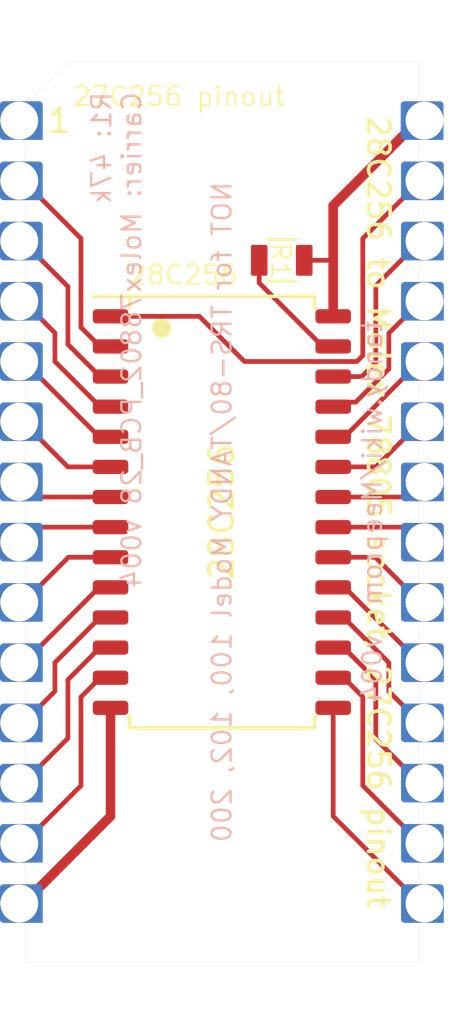
<source format=kicad_pcb>
(kicad_pcb (version 20171130) (host pcbnew 5.1.10-88a1d61d58~88~ubuntu20.10.1)

  (general
    (thickness 1.6)
    (drawings 13)
    (tracks 116)
    (zones 0)
    (modules 3)
    (nets 28)
  )

  (page A4)
  (title_block
    (title "28C256 to Molex 78805 socket with 27C256 pinout")
    (date 2021-05-25)
    (rev 004)
    (company b.kenyon.w@gmail.com)
  )

  (layers
    (0 Top signal)
    (31 Bottom signal)
    (32 B.Adhes user hide)
    (33 F.Adhes user hide)
    (34 B.Paste user hide)
    (35 F.Paste user hide)
    (36 B.SilkS user)
    (37 F.SilkS user)
    (38 B.Mask user)
    (39 F.Mask user hide)
    (40 Dwgs.User user hide)
    (41 Cmts.User user hide)
    (42 Eco1.User user hide)
    (43 Eco2.User user hide)
    (44 Edge.Cuts user)
    (45 Margin user hide)
    (46 B.CrtYd user hide)
    (47 F.CrtYd user hide)
    (48 B.Fab user hide)
    (49 F.Fab user hide)
  )

  (setup
    (last_trace_width 0.2)
    (user_trace_width 0.4)
    (trace_clearance 0.2)
    (zone_clearance 0.1524)
    (zone_45_only no)
    (trace_min 0.2)
    (via_size 0.5)
    (via_drill 0.3)
    (via_min_size 0.5)
    (via_min_drill 0.3)
    (uvia_size 0.5)
    (uvia_drill 0.3)
    (uvias_allowed no)
    (uvia_min_size 0.5)
    (uvia_min_drill 0.3)
    (edge_width 0.01)
    (segment_width 0.2032)
    (pcb_text_width 0.254)
    (pcb_text_size 1.2192 1.2192)
    (mod_edge_width 0.0254)
    (mod_text_size 0.4572 0.4572)
    (mod_text_width 0.0254)
    (pad_size 1.905 2.032)
    (pad_drill 1.524)
    (pad_to_mask_clearance 0)
    (solder_mask_min_width 0.22)
    (aux_axis_origin 0 0)
    (grid_origin 147.2184 99.187)
    (visible_elements FFFFFF7F)
    (pcbplotparams
      (layerselection 0x010f0_ffffffff)
      (usegerberextensions true)
      (usegerberattributes false)
      (usegerberadvancedattributes false)
      (creategerberjobfile false)
      (excludeedgelayer true)
      (linewidth 0.100000)
      (plotframeref false)
      (viasonmask false)
      (mode 1)
      (useauxorigin false)
      (hpglpennumber 1)
      (hpglpenspeed 20)
      (hpglpendiameter 15.000000)
      (psnegative false)
      (psa4output false)
      (plotreference true)
      (plotvalue true)
      (plotinvisibletext false)
      (padsonsilk false)
      (subtractmaskfromsilk false)
      (outputformat 1)
      (mirror false)
      (drillshape 0)
      (scaleselection 1)
      (outputdirectory "GERBER_Meeprom_004"))
  )

  (net 0 "")
  (net 1 /D3)
  (net 2 /A10)
  (net 3 /D4)
  (net 4 /A7)
  (net 5 /D5)
  (net 6 /A6)
  (net 7 /D6)
  (net 8 /A5)
  (net 9 /D7)
  (net 10 /A4)
  (net 11 /A11)
  (net 12 /A3)
  (net 13 /~OE)
  (net 14 /A2)
  (net 15 /A13)
  (net 16 /A1)
  (net 17 /A0)
  (net 18 /A12)
  (net 19 /D0)
  (net 20 /A9)
  (net 21 /D1)
  (net 22 /A8)
  (net 23 /D2)
  (net 24 /~CE)
  (net 25 /A14)
  (net 26 /~WE)
  (net 27 VCC)

  (net_class Default "This is the default net class."
    (clearance 0.2)
    (trace_width 0.2)
    (via_dia 0.5)
    (via_drill 0.3)
    (uvia_dia 0.5)
    (uvia_drill 0.3)
    (diff_pair_width 0.2)
    (diff_pair_gap 0.3)
    (add_net /A0)
    (add_net /A1)
    (add_net /A10)
    (add_net /A11)
    (add_net /A12)
    (add_net /A13)
    (add_net /A14)
    (add_net /A2)
    (add_net /A3)
    (add_net /A4)
    (add_net /A5)
    (add_net /A6)
    (add_net /A7)
    (add_net /A8)
    (add_net /A9)
    (add_net /D0)
    (add_net /D1)
    (add_net /D2)
    (add_net /D3)
    (add_net /D4)
    (add_net /D5)
    (add_net /D6)
    (add_net /D7)
    (add_net /~CE)
    (add_net /~OE)
    (add_net /~WE)
    (add_net VCC)
  )

  (module 000_LOCAL:SOIC-28W (layer Top) (tedit 60AC7F09) (tstamp 5D21E664)
    (at 147.2184 99.187)
    (descr "28-Lead Plastic Small Outline (SO) - Wide, 7.50 mm Body [SOIC] (see Microchip Packaging Specification 00000049BS.pdf)")
    (tags "SOIC 1.27")
    (path /5D231C6F)
    (attr smd)
    (fp_text reference U1 (at 0 0 -90) (layer F.SilkS) hide
      (effects (font (size 1 1) (thickness 0.15)))
    )
    (fp_text value 28C256 (at 0 0 -90) (layer F.SilkS)
      (effects (font (size 1 1) (thickness 0.15)))
    )
    (fp_text user %R (at 0 0 -90) (layer F.Fab)
      (effects (font (size 1 1) (thickness 0.15)))
    )
    (fp_circle (center -2.54 -7.747) (end -2.3368 -7.747) (layer F.SilkS) (width 0.4064))
    (fp_line (start -2.75 -8.95) (end 3.75 -8.95) (layer F.Fab) (width 0.15))
    (fp_line (start 3.75 -8.95) (end 3.75 8.95) (layer F.Fab) (width 0.15))
    (fp_line (start 3.75 8.95) (end -3.75 8.95) (layer F.Fab) (width 0.15))
    (fp_line (start -3.75 8.95) (end -3.75 -7.95) (layer F.Fab) (width 0.15))
    (fp_line (start -3.75 -7.95) (end -2.75 -8.95) (layer F.Fab) (width 0.15))
    (fp_line (start -5.95 -9.3) (end -5.95 9.3) (layer F.CrtYd) (width 0.05))
    (fp_line (start 5.95 -9.3) (end 5.95 9.3) (layer F.CrtYd) (width 0.05))
    (fp_line (start -5.95 -9.3) (end 5.95 -9.3) (layer F.CrtYd) (width 0.05))
    (fp_line (start -5.95 9.3) (end 5.95 9.3) (layer F.CrtYd) (width 0.05))
    (fp_line (start -3.9 -9.1) (end -3.9 -8.6) (layer F.SilkS) (width 0.15))
    (fp_line (start 3.9 -9.1) (end 3.9 -8.6) (layer F.SilkS) (width 0.15))
    (fp_line (start 3.9 9.1) (end 3.9 8.6) (layer F.SilkS) (width 0.15))
    (fp_line (start -3.9 9.1) (end -3.9 8.6) (layer F.SilkS) (width 0.15))
    (fp_line (start -5.4 -9.1) (end 3.9 -9.1) (layer F.SilkS) (width 0.15))
    (fp_line (start -3.9 9.1) (end 3.9 9.1) (layer F.SilkS) (width 0.15))
    (pad 1 smd roundrect (at -4.7 -8.255) (size 1.5 0.6) (layers Top F.Paste F.Mask) (roundrect_rratio 0.25)
      (net 25 /A14))
    (pad 2 smd roundrect (at -4.7 -6.985) (size 1.5 0.6) (layers Top F.Paste F.Mask) (roundrect_rratio 0.25)
      (net 18 /A12))
    (pad 3 smd roundrect (at -4.7 -5.715) (size 1.5 0.6) (layers Top F.Paste F.Mask) (roundrect_rratio 0.25)
      (net 4 /A7))
    (pad 4 smd roundrect (at -4.7 -4.445) (size 1.5 0.6) (layers Top F.Paste F.Mask) (roundrect_rratio 0.25)
      (net 6 /A6))
    (pad 5 smd roundrect (at -4.7 -3.175) (size 1.5 0.6) (layers Top F.Paste F.Mask) (roundrect_rratio 0.25)
      (net 8 /A5))
    (pad 6 smd roundrect (at -4.7 -1.905) (size 1.5 0.6) (layers Top F.Paste F.Mask) (roundrect_rratio 0.25)
      (net 10 /A4))
    (pad 7 smd roundrect (at -4.7 -0.635) (size 1.5 0.6) (layers Top F.Paste F.Mask) (roundrect_rratio 0.25)
      (net 12 /A3))
    (pad 8 smd roundrect (at -4.7 0.635) (size 1.5 0.6) (layers Top F.Paste F.Mask) (roundrect_rratio 0.25)
      (net 14 /A2))
    (pad 9 smd roundrect (at -4.7 1.905) (size 1.5 0.6) (layers Top F.Paste F.Mask) (roundrect_rratio 0.25)
      (net 16 /A1))
    (pad 10 smd roundrect (at -4.7 3.175) (size 1.5 0.6) (layers Top F.Paste F.Mask) (roundrect_rratio 0.25)
      (net 17 /A0))
    (pad 11 smd roundrect (at -4.7 4.445) (size 1.5 0.6) (layers Top F.Paste F.Mask) (roundrect_rratio 0.25)
      (net 19 /D0))
    (pad 12 smd roundrect (at -4.7 5.715) (size 1.5 0.6) (layers Top F.Paste F.Mask) (roundrect_rratio 0.25)
      (net 21 /D1))
    (pad 13 smd roundrect (at -4.7 6.985) (size 1.5 0.6) (layers Top F.Paste F.Mask) (roundrect_rratio 0.25)
      (net 23 /D2))
    (pad 14 smd roundrect (at -4.7 8.255) (size 1.5 0.6) (layers Top F.Paste F.Mask) (roundrect_rratio 0.25))
    (pad 15 smd roundrect (at 4.7 8.255) (size 1.5 0.6) (layers Top F.Paste F.Mask) (roundrect_rratio 0.25)
      (net 1 /D3))
    (pad 16 smd roundrect (at 4.7 6.985) (size 1.5 0.6) (layers Top F.Paste F.Mask) (roundrect_rratio 0.25)
      (net 3 /D4))
    (pad 17 smd roundrect (at 4.7 5.715) (size 1.5 0.6) (layers Top F.Paste F.Mask) (roundrect_rratio 0.25)
      (net 5 /D5))
    (pad 18 smd roundrect (at 4.7 4.445) (size 1.5 0.6) (layers Top F.Paste F.Mask) (roundrect_rratio 0.25)
      (net 7 /D6))
    (pad 19 smd roundrect (at 4.7 3.175) (size 1.5 0.6) (layers Top F.Paste F.Mask) (roundrect_rratio 0.25)
      (net 9 /D7))
    (pad 20 smd roundrect (at 4.7 1.905) (size 1.5 0.6) (layers Top F.Paste F.Mask) (roundrect_rratio 0.25)
      (net 24 /~CE))
    (pad 21 smd roundrect (at 4.7 0.635) (size 1.5 0.6) (layers Top F.Paste F.Mask) (roundrect_rratio 0.25)
      (net 2 /A10))
    (pad 22 smd roundrect (at 4.7 -0.635) (size 1.5 0.6) (layers Top F.Paste F.Mask) (roundrect_rratio 0.25)
      (net 13 /~OE))
    (pad 23 smd roundrect (at 4.7 -1.905) (size 1.5 0.6) (layers Top F.Paste F.Mask) (roundrect_rratio 0.25)
      (net 11 /A11))
    (pad 24 smd roundrect (at 4.7 -3.175) (size 1.5 0.6) (layers Top F.Paste F.Mask) (roundrect_rratio 0.25)
      (net 20 /A9))
    (pad 25 smd roundrect (at 4.7 -4.445) (size 1.5 0.6) (layers Top F.Paste F.Mask) (roundrect_rratio 0.25)
      (net 22 /A8))
    (pad 26 smd roundrect (at 4.7 -5.715) (size 1.5 0.6) (layers Top F.Paste F.Mask) (roundrect_rratio 0.25)
      (net 15 /A13))
    (pad 27 smd roundrect (at 4.7 -6.985) (size 1.5 0.6) (layers Top F.Paste F.Mask) (roundrect_rratio 0.25)
      (net 26 /~WE))
    (pad 28 smd roundrect (at 4.7 -8.255) (size 1.5 0.6) (layers Top F.Paste F.Mask) (roundrect_rratio 0.25)
      (net 27 VCC))
    (model ${KIPRJMOD}/000_LOCAL.pretty/3d/SW3dPS-SOIC28-300.STEP
      (at (xyz 0 0 0))
      (scale (xyz 1 1 1))
      (rotate (xyz 0 0 90))
    )
  )

  (module 000_LOCAL:Molex78802_PCB_28 (layer Top) (tedit 60A90215) (tstamp 60AC7828)
    (at 147.2184 99.187)
    (descr "Castellated edge contacts to fit Molex 78805 Socket")
    (path /5E6792DF)
    (solder_mask_margin 0.0508)
    (attr virtual)
    (fp_text reference J1 (at -1.905 0 -90) (layer Dwgs.User) hide
      (effects (font (size 1.2065 1.2065) (thickness 0.127)) (justify bottom))
    )
    (fp_text value "Molex 78805 socket 27C256 pinout" (at 1.27 0 -90) (layer F.Fab) hide
      (effects (font (size 1.2065 1.2065) (thickness 0.1016)) (justify bottom))
    )
    (fp_line (start -4 -17.5) (end -3.5 -17.5) (layer Dwgs.User) (width 0.01))
    (fp_line (start -4 -18) (end -4 -17.5) (layer Dwgs.User) (width 0.01))
    (fp_line (start -4 -18) (end -3.7 -17.7) (layer Dwgs.User) (width 0.01))
    (fp_line (start -4 -18) (end -4.3 -17.7) (layer Dwgs.User) (width 0.01))
    (fp_line (start -4 -19) (end -3.7 -19.3) (layer Dwgs.User) (width 0.01))
    (fp_line (start -4 -19) (end -4.3 -19.3) (layer Dwgs.User) (width 0.01))
    (fp_line (start -4 -19) (end -4 -20) (layer Dwgs.User) (width 0.01))
    (fp_line (start -6 -19) (end -5.7 -19.3) (layer Dwgs.User) (width 0.01))
    (fp_line (start -6 -19) (end -6.3 -19.3) (layer Dwgs.User) (width 0.01))
    (fp_line (start -6 -19) (end -6 -20) (layer Dwgs.User) (width 0.01))
    (fp_line (start -6 -18.3) (end -5.7 -18) (layer Dwgs.User) (width 0.01))
    (fp_line (start -6 -18.3) (end -6.3 -18) (layer Dwgs.User) (width 0.01))
    (fp_line (start -6 -17) (end -5.5 -17) (layer Dwgs.User) (width 0.01))
    (fp_line (start -6 -18.3) (end -6 -17) (layer Dwgs.User) (width 0.01))
    (fp_line (start 7.6 -18.3) (end 7.6 18.3) (layer Dwgs.User) (width 0.01))
    (fp_line (start -7.6 -18.3) (end -7.6 18.3) (layer Dwgs.User) (width 0.01))
    (fp_line (start -7.6 -18.3) (end 7.6 -18.3) (layer Dwgs.User) (width 0.01))
    (fp_line (start -7.6 18.3) (end 7.6 18.3) (layer Dwgs.User) (width 0.01))
    (fp_poly (pts (xy 9.2156 1.9304) (xy 7.717 1.9304) (xy 7.717 0.6096) (xy 9.2156 0.6096)) (layer Top) (width 0.3048))
    (fp_poly (pts (xy 9.2156 -0.6096) (xy 7.717 -0.6096) (xy 7.717 -1.9304) (xy 9.2156 -1.9304)) (layer Top) (width 0.3048))
    (fp_poly (pts (xy 9.2156 14.6304) (xy 7.717 14.6304) (xy 7.717 13.3096) (xy 9.2156 13.3096)) (layer Top) (width 0.3048))
    (fp_poly (pts (xy 9.2156 7.0104) (xy 7.717 7.0104) (xy 7.717 5.6896) (xy 9.2156 5.6896)) (layer Top) (width 0.3048))
    (fp_poly (pts (xy 9.2156 10.7696) (xy 7.717 10.7696) (xy 7.717 12.0904) (xy 9.2156 12.0904)) (layer Bottom) (width 0.3048))
    (fp_poly (pts (xy 9.2156 4.4704) (xy 7.717 4.4704) (xy 7.717 3.1496) (xy 9.2156 3.1496)) (layer Top) (width 0.3048))
    (fp_poly (pts (xy 9.2156 -4.4704) (xy 7.717 -4.4704) (xy 7.717 -3.1496) (xy 9.2156 -3.1496)) (layer Bottom) (width 0.3048))
    (fp_poly (pts (xy 9.2156 8.2296) (xy 7.717 8.2296) (xy 7.717 9.5504) (xy 9.2156 9.5504)) (layer Bottom) (width 0.3048))
    (fp_poly (pts (xy 9.2156 13.3096) (xy 7.717 13.3096) (xy 7.717 14.6304) (xy 9.2156 14.6304)) (layer Bottom) (width 0.3048))
    (fp_poly (pts (xy 9.2156 -10.7696) (xy 7.717 -10.7696) (xy 7.717 -12.0904) (xy 9.2156 -12.0904)) (layer Top) (width 0.3048))
    (fp_poly (pts (xy 9.2156 -9.5504) (xy 7.717 -9.5504) (xy 7.717 -8.2296) (xy 9.2156 -8.2296)) (layer Bottom) (width 0.3048))
    (fp_poly (pts (xy 9.2156 0.6096) (xy 7.717 0.6096) (xy 7.717 1.9304) (xy 9.2156 1.9304)) (layer Bottom) (width 0.3048))
    (fp_poly (pts (xy 9.2156 3.1496) (xy 7.717 3.1496) (xy 7.717 4.4704) (xy 9.2156 4.4704)) (layer Bottom) (width 0.3048))
    (fp_poly (pts (xy 9.2156 -12.0904) (xy 7.717 -12.0904) (xy 7.717 -10.7696) (xy 9.2156 -10.7696)) (layer Bottom) (width 0.3048))
    (fp_poly (pts (xy 9.2156 -14.6304) (xy 7.717 -14.6304) (xy 7.717 -13.3096) (xy 9.2156 -13.3096)) (layer Bottom) (width 0.3048))
    (fp_poly (pts (xy 9.2156 12.0904) (xy 7.717 12.0904) (xy 7.717 10.7696) (xy 9.2156 10.7696)) (layer Top) (width 0.3048))
    (fp_poly (pts (xy 9.2156 9.5504) (xy 7.717 9.5504) (xy 7.717 8.2296) (xy 9.2156 8.2296)) (layer Top) (width 0.3048))
    (fp_poly (pts (xy 9.2156 -3.1496) (xy 7.717 -3.1496) (xy 7.717 -4.4704) (xy 9.2156 -4.4704)) (layer Top) (width 0.3048))
    (fp_poly (pts (xy 9.2156 -1.9304) (xy 7.717 -1.9304) (xy 7.717 -0.6096) (xy 9.2156 -0.6096)) (layer Bottom) (width 0.3048))
    (fp_poly (pts (xy 9.2156 -5.6896) (xy 7.717 -5.6896) (xy 7.717 -7.0104) (xy 9.2156 -7.0104)) (layer Top) (width 0.3048))
    (fp_poly (pts (xy 9.2156 17.1704) (xy 7.717 17.1704) (xy 7.717 15.8496) (xy 9.2156 15.8496)) (layer Top) (width 0.3048))
    (fp_poly (pts (xy 9.2156 5.6896) (xy 7.717 5.6896) (xy 7.717 7.0104) (xy 9.2156 7.0104)) (layer Bottom) (width 0.3048))
    (fp_poly (pts (xy 9.2156 -7.0104) (xy 7.717 -7.0104) (xy 7.717 -5.6896) (xy 9.2156 -5.6896)) (layer Bottom) (width 0.3048))
    (fp_poly (pts (xy 9.2156 -13.3096) (xy 7.717 -13.3096) (xy 7.717 -14.6304) (xy 9.2156 -14.6304)) (layer Top) (width 0.3048))
    (fp_poly (pts (xy 9.2156 15.8496) (xy 7.717 15.8496) (xy 7.717 17.1704) (xy 9.2156 17.1704)) (layer Bottom) (width 0.3048))
    (fp_poly (pts (xy 9.2156 -8.2296) (xy 7.717 -8.2296) (xy 7.717 -9.5504) (xy 9.2156 -9.5504)) (layer Top) (width 0.3048))
    (fp_poly (pts (xy 9.2029 -15.8496) (xy 7.7043 -15.8496) (xy 7.7043 -17.1704) (xy 9.2029 -17.1704)) (layer Top) (width 0.3048))
    (fp_poly (pts (xy 9.2029 -15.8496) (xy 7.7043 -15.8496) (xy 7.7043 -17.1704) (xy 9.2029 -17.1704)) (layer Bottom) (width 0.3048))
    (fp_poly (pts (xy -7.717 0.6096) (xy -9.2156 0.6096) (xy -9.2156 1.9304) (xy -7.717 1.9304)) (layer Bottom) (width 0.3048))
    (fp_poly (pts (xy -7.717 3.1496) (xy -9.2156 3.1496) (xy -9.2156 4.4704) (xy -7.717 4.4704)) (layer Bottom) (width 0.3048))
    (fp_poly (pts (xy -7.717 -12.0904) (xy -9.2156 -12.0904) (xy -9.2156 -10.7696) (xy -7.717 -10.7696)) (layer Bottom) (width 0.3048))
    (fp_poly (pts (xy -7.717 -4.4704) (xy -9.2156 -4.4704) (xy -9.2156 -3.1496) (xy -7.717 -3.1496)) (layer Bottom) (width 0.3048))
    (fp_poly (pts (xy -7.717 -1.9304) (xy -9.2156 -1.9304) (xy -9.2156 -0.6096) (xy -7.717 -0.6096)) (layer Bottom) (width 0.3048))
    (fp_poly (pts (xy -7.717 13.3096) (xy -9.2156 13.3096) (xy -9.2156 14.6304) (xy -7.717 14.6304)) (layer Bottom) (width 0.3048))
    (fp_poly (pts (xy -7.717 -9.5504) (xy -9.2156 -9.5504) (xy -9.2156 -8.2296) (xy -7.717 -8.2296)) (layer Bottom) (width 0.3048))
    (fp_poly (pts (xy -7.717 -7.0104) (xy -9.2156 -7.0104) (xy -9.2156 -5.6896) (xy -7.717 -5.6896)) (layer Bottom) (width 0.3048))
    (fp_poly (pts (xy -7.717 5.6896) (xy -9.2156 5.6896) (xy -9.2156 7.0104) (xy -7.717 7.0104)) (layer Bottom) (width 0.3048))
    (fp_poly (pts (xy -7.717 8.2296) (xy -9.2156 8.2296) (xy -9.2156 9.5504) (xy -7.717 9.5504)) (layer Bottom) (width 0.3048))
    (fp_poly (pts (xy -7.717 -14.6304) (xy -9.2156 -14.6304) (xy -9.2156 -13.3096) (xy -7.717 -13.3096)) (layer Bottom) (width 0.3048))
    (fp_poly (pts (xy -7.717 15.8496) (xy -9.2156 15.8496) (xy -9.2156 17.1704) (xy -7.717 17.1704)) (layer Bottom) (width 0.3048))
    (fp_poly (pts (xy -7.717 10.7696) (xy -9.2156 10.7696) (xy -9.2156 12.0904) (xy -7.717 12.0904)) (layer Bottom) (width 0.3048))
    (fp_poly (pts (xy -7.717 17.1704) (xy -9.2156 17.1704) (xy -9.2156 15.8496) (xy -7.717 15.8496)) (layer Top) (width 0.3048))
    (fp_poly (pts (xy -7.717 14.6304) (xy -9.2156 14.6304) (xy -9.2156 13.3096) (xy -7.717 13.3096)) (layer Top) (width 0.3048))
    (fp_poly (pts (xy -7.717 12.0904) (xy -9.2156 12.0904) (xy -9.2156 10.7696) (xy -7.717 10.7696)) (layer Top) (width 0.3048))
    (fp_poly (pts (xy -7.717 9.5504) (xy -9.2156 9.5504) (xy -9.2156 8.2296) (xy -7.717 8.2296)) (layer Top) (width 0.3048))
    (fp_poly (pts (xy -7.717 7.0104) (xy -9.2156 7.0104) (xy -9.2156 5.6896) (xy -7.717 5.6896)) (layer Top) (width 0.3048))
    (fp_poly (pts (xy -7.717 4.4704) (xy -9.2156 4.4704) (xy -9.2156 3.1496) (xy -7.717 3.1496)) (layer Top) (width 0.3048))
    (fp_poly (pts (xy -7.717 1.9304) (xy -9.2156 1.9304) (xy -9.2156 0.6096) (xy -7.717 0.6096)) (layer Top) (width 0.3048))
    (fp_poly (pts (xy -7.717 -0.6096) (xy -9.2156 -0.6096) (xy -9.2156 -1.9304) (xy -7.717 -1.9304)) (layer Top) (width 0.3048))
    (fp_poly (pts (xy -7.717 -3.1496) (xy -9.2156 -3.1496) (xy -9.2156 -4.4704) (xy -7.717 -4.4704)) (layer Top) (width 0.3048))
    (fp_poly (pts (xy -7.717 -5.6896) (xy -9.2156 -5.6896) (xy -9.2156 -7.0104) (xy -7.717 -7.0104)) (layer Top) (width 0.3048))
    (fp_poly (pts (xy -7.717 -8.2296) (xy -9.2156 -8.2296) (xy -9.2156 -9.5504) (xy -7.717 -9.5504)) (layer Top) (width 0.3048))
    (fp_poly (pts (xy -7.717 -10.7696) (xy -9.2156 -10.7696) (xy -9.2156 -12.0904) (xy -7.717 -12.0904)) (layer Top) (width 0.3048))
    (fp_poly (pts (xy -7.717 -13.3096) (xy -9.2156 -13.3096) (xy -9.2156 -14.6304) (xy -7.717 -14.6304)) (layer Top) (width 0.3048))
    (fp_poly (pts (xy -7.717 -15.8496) (xy -9.2156 -15.8496) (xy -9.2156 -17.1704) (xy -7.717 -17.1704)) (layer Top) (width 0.3048))
    (fp_poly (pts (xy -7.717 -15.8496) (xy -9.2156 -15.8496) (xy -9.2156 -17.1704) (xy -7.717 -17.1704)) (layer Bottom) (width 0.3048))
    (fp_line (start 4.5593 19.05) (end 8.26 19.05) (layer Eco1.User) (width 0.01))
    (fp_line (start -8.26 19.05) (end -4.5593 19.05) (layer Eco1.User) (width 0.01))
    (fp_line (start 0.762 -19.05) (end 8.26 -19.05) (layer Eco1.User) (width 0.01))
    (fp_line (start -8.26 -19.05) (end -0.762 -19.05) (layer Eco1.User) (width 0.01))
    (fp_line (start 8.26 19.05) (end 8.26 -19.05) (layer Eco1.User) (width 0.01))
    (fp_line (start -8.26 19.05) (end -8.26 -19.05) (layer Eco1.User) (width 0.01))
    (fp_line (start 3.0353 19.05) (end -3.0353 19.05) (layer Eco1.User) (width 0.01))
    (fp_line (start 3.0353 21.59) (end 3.0353 19.05) (layer Eco1.User) (width 0.01))
    (fp_line (start 4.5593 21.59) (end 3.0353 21.59) (layer Eco1.User) (width 0.01))
    (fp_line (start 4.5593 19.05) (end 4.5593 21.59) (layer Eco1.User) (width 0.01))
    (fp_line (start -3.0353 21.59) (end -3.0353 19.05) (layer Eco1.User) (width 0.01))
    (fp_line (start -4.5593 21.59) (end -3.0353 21.59) (layer Eco1.User) (width 0.01))
    (fp_line (start -4.5593 19.05) (end -4.5593 21.59) (layer Eco1.User) (width 0.01))
    (fp_line (start 0.762 -21.59) (end 0.762 -19.05) (layer Eco1.User) (width 0.01))
    (fp_line (start -0.762 -21.59) (end 0.762 -21.59) (layer Eco1.User) (width 0.01))
    (fp_line (start -0.762 -19.05) (end -0.762 -21.59) (layer Eco1.User) (width 0.01))
    (fp_line (start -8.3 19) (end 8.3 19) (layer Eco2.User) (width 0.01))
    (fp_line (start 8.3 -19) (end -6.5 -19) (layer Eco2.User) (width 0.01))
    (fp_line (start 7.75716 17.78) (end 7.75716 12.7) (layer Dwgs.User) (width 0.01))
    (fp_line (start 6.325 12.065) (end 6.325 15.24) (layer Dwgs.User) (width 0.05))
    (fp_line (start 6.325 15.24) (end 7.722 15.24) (layer Dwgs.User) (width 0.05))
    (fp_line (start 7.722 15.24) (end 7.442 15.52) (layer Dwgs.User) (width 0.05))
    (fp_line (start 7.442 14.96) (end 7.722 15.24) (layer Dwgs.User) (width 0.05))
    (fp_line (start 8.345 15.24) (end 8.625 15.52) (layer Dwgs.User) (width 0.05))
    (fp_line (start 8.625 14.96) (end 8.345 15.24) (layer Dwgs.User) (width 0.05))
    (fp_line (start 8.345 15.24) (end 9.742 15.24) (layer Dwgs.User) (width 0.05))
    (fp_line (start -5 -19) (end -5 -18) (layer Dwgs.User) (width 0.01))
    (fp_line (start -5 -18) (end 5 -18) (layer Dwgs.User) (width 0.01))
    (fp_line (start 5 -18) (end 5 -19) (layer Dwgs.User) (width 0.01))
    (fp_line (start 5 -19) (end -5 -19) (layer Dwgs.User) (width 0.01))
    (fp_line (start 5 19) (end 5 18) (layer Dwgs.User) (width 0.01))
    (fp_line (start -5 18) (end -5 19) (layer Dwgs.User) (width 0.01))
    (fp_line (start -5 18) (end 5 18) (layer Dwgs.User) (width 0.01))
    (fp_line (start -5 19) (end 5 19) (layer Dwgs.User) (width 0.01))
    (fp_line (start -8.3 19) (end -8.3 -17.2) (layer Eco2.User) (width 0.01))
    (fp_line (start 8.3 19) (end 8.3 -19) (layer Eco2.User) (width 0.01))
    (fp_line (start -6.5 -19) (end -8.3 -17.2) (layer Eco2.User) (width 0.01))
    (fp_text user "0.7 border on bottom - 36.6 x 15 x 1.5 usable bottom" (at -5.5 -17) (layer Dwgs.User)
      (effects (font (size 0.25 0.25) (thickness 0.02)) (justify left))
    )
    (fp_text user "10.0 x 1.0 retainer wedges on top" (at -3.5 -17.5) (layer Dwgs.User)
      (effects (font (size 0.25 0.25) (thickness 0.02)) (justify left))
    )
    (fp_text user "Castellation depth 0.5mm min" (at 6.35 0 -90) (layer Dwgs.User)
      (effects (font (size 1 1) (thickness 0.1)))
    )
    (fp_text user "Board outline: 0.1mm grid, copy Eco2.User" (at -6 0 -90) (layer Eco2.User)
      (effects (font (size 1 1) (thickness 0.1)))
    )
    (fp_text user "Eco1.User is Edge.Cuts for use without carrier." (at -4.445 0 -90) (layer Eco1.User)
      (effects (font (size 0.8 0.8) (thickness 0.05)))
    )
    (pad 1 thru_hole circle (at -8.5552 -16.51) (size 1.6002 1.6002) (drill 1.59766) (layers *.Cu *.Mask)
      (zone_connect 0))
    (pad 28 thru_hole circle (at 8.5552 -16.51 180) (size 1.6002 1.6002) (drill 1.59766) (layers *.Cu *.Mask)
      (net 27 VCC))
    (pad 14 thru_hole circle (at -8.5552 16.51) (size 1.6002 1.6002) (drill 1.59766) (layers *.Cu *.Mask)
      (zone_connect 0))
    (pad 27 thru_hole circle (at 8.5552 -13.97 180) (size 1.6002 1.6002) (drill 1.59766) (layers *.Cu *.Mask)
      (net 25 /A14))
    (pad 13 thru_hole circle (at -8.5552 13.97) (size 1.6002 1.6002) (drill 1.59766) (layers *.Cu *.Mask)
      (net 23 /D2) (zone_connect 0))
    (pad 26 thru_hole circle (at 8.5552 -11.43 180) (size 1.6002 1.6002) (drill 1.59766) (layers *.Cu *.Mask)
      (net 15 /A13))
    (pad 12 thru_hole circle (at -8.5552 11.43) (size 1.6002 1.6002) (drill 1.59766) (layers *.Cu *.Mask)
      (net 21 /D1) (zone_connect 0))
    (pad 25 thru_hole circle (at 8.5552 -8.89 180) (size 1.6002 1.6002) (drill 1.59766) (layers *.Cu *.Mask)
      (net 22 /A8))
    (pad 11 thru_hole circle (at -8.5552 8.89) (size 1.6002 1.6002) (drill 1.59766) (layers *.Cu *.Mask)
      (net 19 /D0) (zone_connect 0))
    (pad 24 thru_hole circle (at 8.5552 -6.35 180) (size 1.6002 1.6002) (drill 1.59766) (layers *.Cu *.Mask)
      (net 20 /A9))
    (pad 10 thru_hole circle (at -8.5552 6.35) (size 1.6002 1.6002) (drill 1.59766) (layers *.Cu *.Mask)
      (net 17 /A0) (zone_connect 0))
    (pad 23 thru_hole circle (at 8.5552 -3.81 180) (size 1.6002 1.6002) (drill 1.59766) (layers *.Cu *.Mask)
      (net 11 /A11))
    (pad 9 thru_hole circle (at -8.5552 3.81) (size 1.6002 1.6002) (drill 1.59766) (layers *.Cu *.Mask)
      (net 16 /A1) (zone_connect 0))
    (pad 22 thru_hole circle (at 8.5552 -1.27 180) (size 1.6002 1.6002) (drill 1.59766) (layers *.Cu *.Mask)
      (net 13 /~OE))
    (pad 8 thru_hole circle (at -8.5552 1.27) (size 1.6002 1.6002) (drill 1.59766) (layers *.Cu *.Mask)
      (net 14 /A2) (zone_connect 0))
    (pad 21 thru_hole circle (at 8.5552 1.27 180) (size 1.6002 1.6002) (drill 1.59766) (layers *.Cu *.Mask)
      (net 2 /A10))
    (pad 7 thru_hole circle (at -8.5552 -1.27) (size 1.6002 1.6002) (drill 1.59766) (layers *.Cu *.Mask)
      (net 12 /A3) (zone_connect 0))
    (pad 20 thru_hole circle (at 8.5552 3.81 180) (size 1.6002 1.6002) (drill 1.59766) (layers *.Cu *.Mask)
      (net 24 /~CE))
    (pad 6 thru_hole circle (at -8.5552 -3.81) (size 1.6002 1.6002) (drill 1.59766) (layers *.Cu *.Mask)
      (net 10 /A4) (zone_connect 0))
    (pad 19 thru_hole circle (at 8.5552 6.35 180) (size 1.6002 1.6002) (drill 1.59766) (layers *.Cu *.Mask)
      (net 9 /D7))
    (pad 5 thru_hole circle (at -8.5552 -6.35) (size 1.6002 1.6002) (drill 1.59766) (layers *.Cu *.Mask)
      (net 8 /A5) (zone_connect 0))
    (pad 18 thru_hole circle (at 8.5552 8.89 180) (size 1.6002 1.6002) (drill 1.59766) (layers *.Cu *.Mask)
      (net 7 /D6))
    (pad 4 thru_hole circle (at -8.5552 -8.89) (size 1.6002 1.6002) (drill 1.59766) (layers *.Cu *.Mask)
      (net 6 /A6) (zone_connect 0))
    (pad 17 thru_hole circle (at 8.5552 11.43 180) (size 1.6002 1.6002) (drill 1.59766) (layers *.Cu *.Mask)
      (net 5 /D5))
    (pad 3 thru_hole circle (at -8.5552 -11.43) (size 1.6002 1.6002) (drill 1.59766) (layers *.Cu *.Mask)
      (net 4 /A7) (zone_connect 0))
    (pad 16 thru_hole circle (at 8.5552 13.97 180) (size 1.6002 1.6002) (drill 1.59766) (layers *.Cu *.Mask)
      (net 3 /D4))
    (pad 2 thru_hole circle (at -8.5552 -13.97) (size 1.6002 1.6002) (drill 1.59766) (layers *.Cu *.Mask)
      (net 18 /A12) (zone_connect 0))
    (pad 15 thru_hole circle (at 8.5552 16.51 180) (size 1.6002 1.6002) (drill 1.59766) (layers *.Cu *.Mask)
      (net 1 /D3))
    (model ${KIPRJMOD}/000_LOCAL.pretty/3d/Molex78802_PCB_28.step
      (offset (xyz 0 0 -0.16))
      (scale (xyz 1 1 1))
      (rotate (xyz 0 0 90))
    )
  )

  (module 000_LOCAL:R_0805 (layer Top) (tedit 60997F9A) (tstamp 5D22C129)
    (at 149.7457 88.5698)
    (descr "Resistor SMD 0805, reflow soldering, Vishay (see dcrcw.pdf)")
    (tags "resistor 0805")
    (path /5D2BF7AB)
    (attr smd)
    (fp_text reference R1 (at -0.0508 0.0127 -90 unlocked) (layer F.SilkS)
      (effects (font (size 0.8 0.8) (thickness 0.1)))
    )
    (fp_text value 47k (at 0 1.75) (layer F.Fab)
      (effects (font (size 1 1) (thickness 0.15)))
    )
    (fp_line (start 1.55 0.9) (end -1.55 0.9) (layer F.CrtYd) (width 0.05))
    (fp_line (start 1.55 0.9) (end 1.55 -0.9) (layer F.CrtYd) (width 0.05))
    (fp_line (start -1.55 -0.9) (end -1.55 0.9) (layer F.CrtYd) (width 0.05))
    (fp_line (start -1.55 -0.9) (end 1.55 -0.9) (layer F.CrtYd) (width 0.05))
    (fp_line (start -0.6 -0.88) (end 0.6 -0.88) (layer F.SilkS) (width 0.12))
    (fp_line (start 0.6 0.88) (end -0.6 0.88) (layer F.SilkS) (width 0.12))
    (fp_line (start -1 -0.62) (end 1 -0.62) (layer F.Fab) (width 0.1))
    (fp_line (start 1 -0.62) (end 1 0.62) (layer F.Fab) (width 0.1))
    (fp_line (start 1 0.62) (end -1 0.62) (layer F.Fab) (width 0.1))
    (fp_line (start -1 0.62) (end -1 -0.62) (layer F.Fab) (width 0.1))
    (fp_text user %R (at 0 0) (layer F.Fab)
      (effects (font (size 0.5 0.5) (thickness 0.075)))
    )
    (pad 1 smd roundrect (at -0.95 0) (size 0.7 1.3) (layers Top F.Paste F.Mask) (roundrect_rratio 0.1)
      (net 26 /~WE))
    (pad 2 smd roundrect (at 0.95 0) (size 0.7 1.3) (layers Top F.Paste F.Mask) (roundrect_rratio 0.1)
      (net 27 VCC))
    (model ${KIPRJMOD}/000_LOCAL.pretty/3d/R_0805.step
      (at (xyz 0 0 0))
      (scale (xyz 1 1 1))
      (rotate (xyz 0 0 0))
    )
  )

  (gr_text "NOT for TRS-80/TANDY Model 100, 102, 200" (at 147.2184 99.187 90) (layer B.SilkS) (tstamp 60AC9D5D)
    (effects (font (size 0.8 0.8) (thickness 0.1)) (justify mirror))
  )
  (gr_line (start 140.7184 80.187) (end 138.9184 81.987) (layer Edge.Cuts) (width 0.01))
  (gr_line (start 138.9184 118.187) (end 138.9184 81.987) (layer Edge.Cuts) (width 0.01))
  (gr_line (start 155.5184 118.187) (end 155.5184 80.187) (layer Edge.Cuts) (width 0.01) (tstamp 60A9D37B))
  (gr_text "28C256 to Molex 78805 socket, 27C256 pinout" (at 153.8224 99.187 -90) (layer F.SilkS)
    (effects (font (size 0.9144 0.9144) (thickness 0.1524)))
  )
  (gr_text 1 (at 140.3604 82.677) (layer F.SilkS) (tstamp 5E64AE59)
    (effects (font (size 1 1) (thickness 0.15)))
  )
  (gr_text 28C256 (at 143.2184 89.187) (layer F.SilkS) (tstamp 5E64AC58)
    (effects (font (size 0.8 0.8) (thickness 0.1)) (justify left))
  )
  (gr_line (start 140.7184 80.187) (end 155.5184 80.187) (layer Edge.Cuts) (width 0.01))
  (gr_line (start 155.5184 118.187) (end 138.9184 118.187) (layer Edge.Cuts) (width 0.01) (tstamp 5D75CF96))
  (gr_text "Carrier: Molex78802_PCB_28 v004" (at 143.4084 81.407 90) (layer B.SilkS)
    (effects (font (size 0.8 0.8) (thickness 0.1)) (justify left mirror))
  )
  (gr_text "tandy.wiki/Meeprom  v004" (at 153.5684 99.187 90) (layer B.SilkS)
    (effects (font (size 0.8 0.8) (thickness 0.1)) (justify mirror))
  )
  (gr_text "R1: 47k" (at 142.1384 81.407 90) (layer B.SilkS) (tstamp 60AC794F)
    (effects (font (size 0.8 0.8) (thickness 0.1)) (justify left mirror))
  )
  (gr_text "27C256 pinout" (at 140.8684 81.661) (layer F.SilkS)
    (effects (font (size 0.8 0.8) (thickness 0.1)) (justify left))
  )

  (segment (start 138.8364 115.697) (end 138.6632 115.697) (width 0.4) (layer Top) (net 0))
  (segment (start 142.5184 112.015) (end 138.8364 115.697) (width 0.4) (layer Top) (net 0))
  (segment (start 142.5184 107.442) (end 142.5184 112.015) (width 0.4) (layer Top) (net 0))
  (segment (start 151.9184 112.015) (end 151.9184 107.442) (width 0.2) (layer Top) (net 1))
  (segment (start 155.7274 115.697) (end 155.6004 115.697) (width 0.2032) (layer Top) (net 1))
  (segment (start 155.6004 115.697) (end 151.9184 112.015) (width 0.2) (layer Top) (net 1))
  (segment (start 155.1834 99.822) (end 155.8184 100.457) (width 0.2032) (layer Top) (net 2))
  (segment (start 151.9184 99.822) (end 155.1834 99.822) (width 0.2) (layer Top) (net 2))
  (segment (start 155.6004 113.157) (end 155.7736 113.157) (width 0.2) (layer Top) (net 3))
  (segment (start 153.1684 110.725) (end 155.6004 113.157) (width 0.2) (layer Top) (net 3))
  (segment (start 153.1684 106.9785) (end 153.1684 110.725) (width 0.2) (layer Top) (net 3))
  (segment (start 152.3619 106.172) (end 153.1684 106.9785) (width 0.2) (layer Top) (net 3))
  (segment (start 151.9184 106.172) (end 152.3619 106.172) (width 0.2) (layer Top) (net 3))
  (segment (start 138.7094 87.757) (end 138.7983 87.757) (width 0.2032) (layer Top) (net 4))
  (segment (start 142.0749 93.472) (end 142.5184 93.472) (width 0.2) (layer Top) (net 4))
  (segment (start 140.7184 92.1155) (end 142.0749 93.472) (width 0.2) (layer Top) (net 4))
  (segment (start 140.7184 89.6771) (end 140.7184 92.1155) (width 0.2) (layer Top) (net 4))
  (segment (start 138.7983 87.757) (end 140.7184 89.6771) (width 0.2) (layer Top) (net 4))
  (segment (start 152.3619 104.902) (end 151.9184 104.902) (width 0.2032) (layer Top) (net 5))
  (segment (start 153.7184 106.2585) (end 152.3619 104.902) (width 0.2032) (layer Top) (net 5))
  (segment (start 153.7184 108.7604) (end 153.7184 106.2585) (width 0.2032) (layer Top) (net 5))
  (segment (start 155.575 110.617) (end 153.7184 108.7604) (width 0.2032) (layer Top) (net 5))
  (segment (start 155.7274 110.617) (end 155.575 110.617) (width 0.2032) (layer Top) (net 5))
  (segment (start 140.1684 91.629) (end 138.8364 90.297) (width 0.2) (layer Top) (net 6))
  (segment (start 140.1684 92.8355) (end 140.1684 91.629) (width 0.2) (layer Top) (net 6))
  (segment (start 142.0749 94.742) (end 140.1684 92.8355) (width 0.2) (layer Top) (net 6))
  (segment (start 138.8364 90.297) (end 138.6632 90.297) (width 0.2) (layer Top) (net 6))
  (segment (start 142.5184 94.742) (end 142.0749 94.742) (width 0.2) (layer Top) (net 6))
  (segment (start 154.2684 106.745) (end 155.6004 108.077) (width 0.2) (layer Top) (net 7))
  (segment (start 155.6004 108.077) (end 155.7736 108.077) (width 0.2) (layer Top) (net 7))
  (segment (start 154.2684 105.5385) (end 154.2684 106.745) (width 0.2) (layer Top) (net 7))
  (segment (start 152.3619 103.632) (end 154.2684 105.5385) (width 0.2) (layer Top) (net 7))
  (segment (start 151.9184 103.632) (end 152.3619 103.632) (width 0.2) (layer Top) (net 7))
  (segment (start 138.7094 92.837) (end 138.811 92.837) (width 0.2032) (layer Top) (net 8))
  (segment (start 142.0368 96.012) (end 142.5184 96.012) (width 0.2) (layer Top) (net 8))
  (segment (start 138.8618 92.837) (end 142.0368 96.012) (width 0.2) (layer Top) (net 8))
  (segment (start 138.811 92.837) (end 138.8618 92.837) (width 0.2) (layer Top) (net 8))
  (segment (start 155.7274 105.537) (end 155.6004 105.537) (width 0.2032) (layer Top) (net 9))
  (segment (start 152.4 102.362) (end 151.9184 102.362) (width 0.2) (layer Top) (net 9))
  (segment (start 155.575 105.537) (end 152.4 102.362) (width 0.2) (layer Top) (net 9))
  (segment (start 155.6004 105.537) (end 155.575 105.537) (width 0.2) (layer Top) (net 9))
  (segment (start 140.716 97.282) (end 142.5184 97.282) (width 0.2) (layer Top) (net 10))
  (segment (start 138.7094 95.377) (end 138.811 95.377) (width 0.2032) (layer Top) (net 10))
  (segment (start 138.811 95.377) (end 140.716 97.282) (width 0.2) (layer Top) (net 10))
  (segment (start 151.9184 97.282) (end 153.7208 97.282) (width 0.2) (layer Top) (net 11))
  (segment (start 155.6258 95.377) (end 155.8184 95.377) (width 0.2032) (layer Top) (net 11))
  (segment (start 153.7208 97.282) (end 155.6258 95.377) (width 0.2) (layer Top) (net 11))
  (segment (start 139.2534 98.552) (end 142.5184 98.552) (width 0.2) (layer Top) (net 12))
  (segment (start 138.7094 97.917) (end 138.7094 98.008) (width 0.2032) (layer Top) (net 12))
  (segment (start 138.7094 98.008) (end 139.2534 98.552) (width 0.2) (layer Top) (net 12))
  (segment (start 155.1834 98.552) (end 155.8184 97.917) (width 0.2032) (layer Top) (net 13))
  (segment (start 151.9184 98.552) (end 155.1834 98.552) (width 0.2) (layer Top) (net 13))
  (segment (start 139.3444 99.822) (end 142.5184 99.822) (width 0.2) (layer Top) (net 14))
  (segment (start 138.7094 100.457) (end 139.3444 99.822) (width 0.2032) (layer Top) (net 14))
  (segment (start 153.7184 89.639) (end 155.6004 87.757) (width 0.2) (layer Top) (net 15))
  (segment (start 155.6004 87.757) (end 155.7736 87.757) (width 0.2) (layer Top) (net 15))
  (segment (start 153.7184 92.8775) (end 153.7184 89.639) (width 0.2) (layer Top) (net 15))
  (segment (start 153.1239 93.472) (end 153.7184 92.8775) (width 0.2) (layer Top) (net 15))
  (segment (start 151.9184 93.472) (end 153.1239 93.472) (width 0.2) (layer Top) (net 15))
  (segment (start 140.7414 101.092) (end 142.5184 101.092) (width 0.2) (layer Top) (net 16))
  (segment (start 138.7094 102.997) (end 138.8364 102.997) (width 0.2032) (layer Top) (net 16))
  (segment (start 138.8364 102.997) (end 140.7414 101.092) (width 0.2) (layer Top) (net 16))
  (segment (start 138.7094 105.537) (end 138.8745 105.537) (width 0.2032) (layer Top) (net 17))
  (segment (start 142.0368 102.362) (end 142.5184 102.362) (width 0.2) (layer Top) (net 17))
  (segment (start 138.8745 105.5243) (end 142.0368 102.362) (width 0.2) (layer Top) (net 17))
  (segment (start 138.8745 105.537) (end 138.8745 105.5243) (width 0.2) (layer Top) (net 17))
  (segment (start 138.8364 85.217) (end 138.6632 85.217) (width 0.2) (layer Top) (net 18))
  (segment (start 141.2684 87.649) (end 138.8364 85.217) (width 0.2) (layer Top) (net 18))
  (segment (start 142.0749 92.202) (end 141.2684 91.3955) (width 0.2) (layer Top) (net 18))
  (segment (start 141.2684 91.3955) (end 141.2684 87.649) (width 0.2) (layer Top) (net 18))
  (segment (start 142.5184 92.202) (end 142.0749 92.202) (width 0.2) (layer Top) (net 18))
  (segment (start 138.8364 108.077) (end 138.6632 108.077) (width 0.2) (layer Top) (net 19))
  (segment (start 140.1684 106.745) (end 138.8364 108.077) (width 0.2) (layer Top) (net 19))
  (segment (start 140.1684 105.5385) (end 140.1684 106.745) (width 0.2) (layer Top) (net 19))
  (segment (start 142.0749 103.632) (end 140.1684 105.5385) (width 0.2) (layer Top) (net 19))
  (segment (start 142.5184 103.632) (end 142.0749 103.632) (width 0.2) (layer Top) (net 19))
  (segment (start 155.0924 92.202) (end 155.7274 92.837) (width 0.2032) (layer Bottom) (net 20))
  (segment (start 155.575 92.837) (end 155.7736 92.837) (width 0.2) (layer Top) (net 20))
  (segment (start 152.4 96.012) (end 155.575 92.837) (width 0.2) (layer Top) (net 20))
  (segment (start 151.9184 96.012) (end 152.4 96.012) (width 0.2) (layer Top) (net 20))
  (segment (start 138.7094 110.617) (end 138.8237 110.617) (width 0.2032) (layer Top) (net 21))
  (segment (start 142.0749 104.902) (end 142.5184 104.902) (width 0.2) (layer Top) (net 21))
  (segment (start 140.7184 106.2585) (end 142.0749 104.902) (width 0.2) (layer Top) (net 21))
  (segment (start 140.7184 108.7223) (end 140.7184 106.2585) (width 0.2) (layer Top) (net 21))
  (segment (start 138.8237 110.617) (end 140.7184 108.7223) (width 0.2) (layer Top) (net 21))
  (segment (start 155.7274 90.297) (end 155.6131 90.297) (width 0.2032) (layer Top) (net 22))
  (segment (start 152.1089 94.5515) (end 151.9184 94.742) (width 0.2) (layer Top) (net 22))
  (segment (start 152.8699 94.5515) (end 152.1089 94.5515) (width 0.2) (layer Top) (net 22))
  (segment (start 154.2684 93.153) (end 152.8699 94.5515) (width 0.2) (layer Top) (net 22))
  (segment (start 154.2684 91.6417) (end 154.2684 93.153) (width 0.2) (layer Top) (net 22))
  (segment (start 155.6131 90.297) (end 154.2684 91.6417) (width 0.2) (layer Top) (net 22))
  (segment (start 138.8364 113.157) (end 138.6632 113.157) (width 0.2) (layer Top) (net 23))
  (segment (start 141.2684 110.725) (end 138.8364 113.157) (width 0.2) (layer Top) (net 23))
  (segment (start 141.2684 106.987) (end 141.2684 110.725) (width 0.2) (layer Top) (net 23))
  (segment (start 142.0834 106.172) (end 141.2684 106.987) (width 0.2) (layer Top) (net 23))
  (segment (start 142.5184 106.172) (end 142.0834 106.172) (width 0.2) (layer Top) (net 23))
  (segment (start 155.6004 102.997) (end 155.8184 102.997) (width 0.2032) (layer Top) (net 24))
  (segment (start 151.9184 101.092) (end 153.6954 101.092) (width 0.2) (layer Top) (net 24))
  (segment (start 153.6954 101.092) (end 155.6004 102.997) (width 0.2) (layer Top) (net 24))
  (segment (start 155.6004 85.217) (end 155.7736 85.217) (width 0.2) (layer Top) (net 25))
  (segment (start 153.1684 87.649) (end 155.6004 85.217) (width 0.2) (layer Top) (net 25))
  (segment (start 153.1684 92.587) (end 153.1684 87.649) (width 0.2) (layer Top) (net 25))
  (segment (start 152.9184 92.837) (end 153.1684 92.587) (width 0.2) (layer Top) (net 25))
  (segment (start 148.1709 92.837) (end 152.9184 92.837) (width 0.2) (layer Top) (net 25))
  (segment (start 146.2659 90.932) (end 148.1709 92.837) (width 0.2) (layer Top) (net 25))
  (segment (start 142.5184 90.932) (end 146.2659 90.932) (width 0.2) (layer Top) (net 25))
  (segment (start 148.7957 89.5248) (end 148.7957 88.5698) (width 0.2) (layer Top) (net 26))
  (segment (start 151.4729 92.202) (end 148.7957 89.5248) (width 0.2) (layer Top) (net 26))
  (segment (start 151.9184 92.202) (end 151.4729 92.202) (width 0.2) (layer Top) (net 26))
  (segment (start 150.6967 88.5708) (end 150.6957 88.5698) (width 0.2032) (layer Top) (net 27))
  (segment (start 155.4988 82.677) (end 155.8184 82.677) (width 0.4064) (layer Top) (net 27))
  (segment (start 151.9184 86.2574) (end 155.4988 82.677) (width 0.4064) (layer Top) (net 27))
  (segment (start 150.6967 88.5688) (end 150.6957 88.5698) (width 0.2032) (layer Top) (net 27))
  (segment (start 151.9184 88.5688) (end 151.9184 86.2574) (width 0.4064) (layer Top) (net 27))
  (segment (start 151.9184 88.5688) (end 150.6967 88.5688) (width 0.2) (layer Top) (net 27))
  (segment (start 151.9184 90.932) (end 151.9184 88.5688) (width 0.4064) (layer Top) (net 27))

)

</source>
